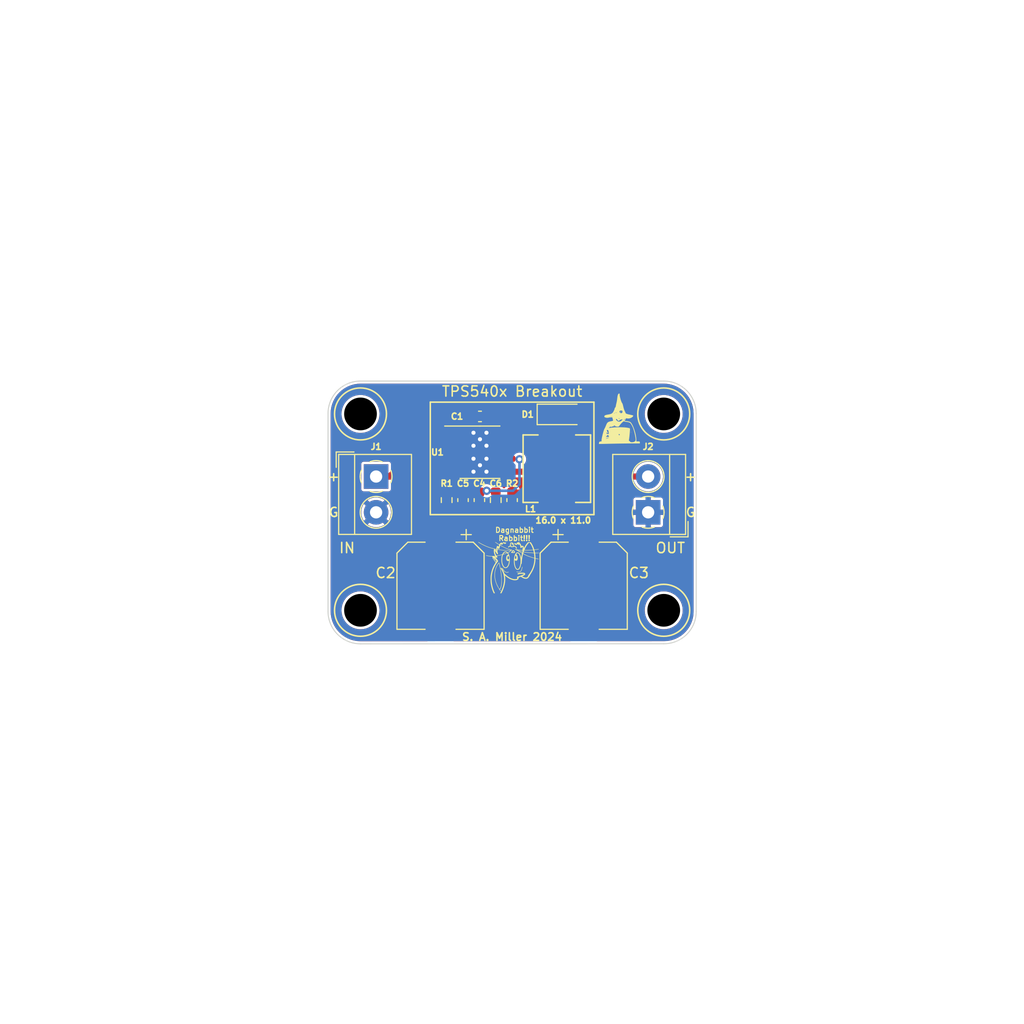
<source format=kicad_pcb>
(kicad_pcb (version 20211014) (generator pcbnew)
  (layers (0 "F.Cu" signal) (31 "B.Cu" signal) (34 "B.Paste" user) (35 "F.Paste" user) (36 "B.SilkS" user "B.Silkscreen") (37 "F.SilkS" user "F.Silkscreen") (38 "B.Mask" user) (39 "F.Mask" user) (44 "Edge.Cuts" user))
  (net 0 "")
  (net 1 "Net-(C1-Pad1)")
  (net 2 "Net-(C1-Pad2)")
  (net 3 "Vin")
  (net 4 "GND")
  (net 5 "Vout")
  (net 6 "Net-(C4-Pad1)")
  (net 7 "Net-(C5-Pad1)")
  (net 8 "Net-(C6-Pad1)")
  (net 9 "Net-(R1-Pad1)")
  (footprint "Diode_SMD:D_SOD-123" (layer "F.Cu") (at 104.7 90.445)
    (fp_text reference "D1" (at -3.175 0) (layer "F.SilkS") (effects (font (size 0.6 0.6))))
    (fp_text value "DSK24")
    (pad "1" smd rect (at -1.65 0) (size 0.9 1.2) (layers "F.Cu" "F.Paste" "F.Mask") (net 2 "Net-(C1-Pad2)"))
    (pad "2" smd rect (at 1.65 0) (size 0.9 1.2) (layers "F.Cu" "F.Paste" "F.Mask") (net 4 "GND"))
  )
  (footprint "TerminalBlock_4Ucon:TerminalBlock_4Ucon_1x02_P3.50mm_Horizontal" (layer "F.Cu") (at 113.3 100.02 90)
    (fp_text reference "J2" (at 6.42 0) (layer "F.SilkS") (effects (font (size 0.6 0.6))))
    (fp_text value "Output")
    (pad "1" thru_hole rect (at 0 0 90) (size 2.4 2.4) (drill 1.2) (layers *.Cu *.Mask) (net 4 "GND"))
    (pad "2" thru_hole circle (at 3.5 0 90) (size 2.4 2.4) (drill 1.2) (layers *.Cu *.Mask) (net 5 "Vout"))
  )
  (footprint "Tinker:Mount" (layer "F.Cu") (at 114.825 109.6)
    (fp_text reference "REF**" hide)
    (fp_text value "Mount" hide)
    (pad "" np_thru_hole circle (at 0 0) (size 3.2 3.2) (drill 3.2) (layers *.Mask))
  )
  (footprint "Capacitor_SMD:C_0603_1608Metric" (layer "F.Cu") (at 96.8567 90.645)
    (fp_text reference "C1" (at -2.2417 0) (layer "F.SilkS") (effects (font (size 0.6 0.6))))
    (fp_text value "0.1uF")
    (pad "1" smd roundrect (at -0.775 0) (size 0.9 0.95) (layers "F.Cu" "F.Paste" "F.Mask") (net 1 "Net-(C1-Pad1)"))
    (pad "2" smd roundrect (at 0.775 0) (size 0.9 0.95) (layers "F.Cu" "F.Paste" "F.Mask") (net 2 "Net-(C1-Pad2)"))
  )
  (footprint "Package_SO:SOIC-8_3.9x4.9mm_P1.27mm" (layer "F.Cu") (at 96.8567 94.145)
    (fp_text reference "U1" (at -4.1567 0) (layer "F.SilkS") (effects (font (size 0.6 0.6))))
    (fp_text value "TPS5403")
    (pad "1" smd roundrect (at -2.475 -1.905) (size 1.95 0.6) (layers "F.Cu" "F.Paste" "F.Mask") (net 1 "Net-(C1-Pad1)"))
    (pad "2" smd roundrect (at -2.475 -0.635) (size 1.95 0.6) (layers "F.Cu" "F.Paste" "F.Mask") (net 3 "Vin"))
    (pad "3" smd roundrect (at -2.475 0.635) (size 1.95 0.6) (layers "F.Cu" "F.Paste" "F.Mask") (net 9 "Net-(R1-Pad1)"))
    (pad "4" smd roundrect (at -2.475 1.905) (size 1.95 0.6) (layers "F.Cu" "F.Paste" "F.Mask") (net 7 "Net-(C5-Pad1)"))
    (pad "5" smd roundrect (at 2.475 1.905) (size 1.95 0.6) (layers "F.Cu" "F.Paste" "F.Mask") (net 5 "Vout"))
    (pad "6" smd roundrect (at 2.475 0.635) (size 1.95 0.6) (layers "F.Cu" "F.Paste" "F.Mask") (net 6 "Net-(C4-Pad1)"))
    (pad "7" smd roundrect (at 2.475 -0.635) (size 1.95 0.6) (layers "F.Cu" "F.Paste" "F.Mask") (net 4 "GND"))
    (pad "8" smd roundrect (at 2.475 -1.905) (size 1.95 0.6) (layers "F.Cu" "F.Paste" "F.Mask") (net 2 "Net-(C1-Pad2)"))
  )
  (footprint "Tinker:IND-SMD_L7.1-W6.6" (layer "F.Cu") (at 104.372882 95.753077 -90)
    (fp_text reference "L1" (at 3.941923 2.57) (layer "F.SilkS") (effects (font (size 0.6 0.6))))
    (fp_text value "L_Ferrite")
    (pad "1" smd rect (at -2.91 0 270) (size 2.15 3.32) (layers "F.Cu" "F.Paste" "F.Mask") (net 2 "Net-(C1-Pad2)"))
    (pad "2" smd rect (at 2.91 0 270) (size 2.15 3.32) (layers "F.Cu" "F.Paste" "F.Mask") (net 5 "Vout"))
  )
  (footprint "Tinker:Mount" (layer "F.Cu") (at 85.175 90.4)
    (fp_text reference "REF**" hide)
    (fp_text value "Mount" hide)
    (pad "" np_thru_hole circle (at 0 0) (size 3.2 3.2) (drill 3.2) (layers *.Mask))
  )
  (footprint "Capacitor_SMD:C_0603_1608Metric" (layer "F.Cu") (at 100 98.825 90)
    (fp_text reference "C6" (at 1.625 -1.6) (layer "F.SilkS") (effects (font (size 0.6 0.6))))
    (fp_text value "2.2nF")
    (pad "1" smd roundrect (at -0.775 0 90) (size 0.9 0.95) (layers "F.Cu" "F.Paste" "F.Mask") (net 8 "Net-(C6-Pad1)"))
    (pad "2" smd roundrect (at 0.775 0 90) (size 0.9 0.95) (layers "F.Cu" "F.Paste" "F.Mask") (net 4 "GND"))
  )
  (footprint "Resistor_SMD:R_0603_1608Metric" (layer "F.Cu") (at 98.4 98.825 -90)
    (fp_text reference "R2" (at -1.625 -1.6) (layer "F.SilkS") (effects (font (size 0.6 0.6))))
    (fp_text value "47K")
    (pad "1" smd roundrect (at -0.825 0 270) (size 0.8 0.95) (layers "F.Cu" "F.Paste" "F.Mask") (net 6 "Net-(C4-Pad1)"))
    (pad "2" smd roundrect (at 0.825 0 270) (size 0.8 0.95) (layers "F.Cu" "F.Paste" "F.Mask") (net 8 "Net-(C6-Pad1)"))
  )
  (footprint "Tinker:Mount" (layer "F.Cu") (at 85.175 109.6)
    (fp_text reference "REF**" hide)
    (fp_text value "Mount" hide)
    (pad "" np_thru_hole circle (at 0 0) (size 3.2 3.2) (drill 3.2) (layers *.Mask))
  )
  (footprint "Capacitor_SMD:CP_Elec_8x10" (layer "F.Cu") (at 107 107.2 -90)
    (fp_text reference "C3" (at -1.255 -5.395 180) (layer "F.SilkS"))
    (fp_text value "330uF")
    (pad "1" smd roundrect (at -3.25 0 270) (size 3.5 2.5) (layers "F.Cu" "F.Paste" "F.Mask") (roundrect_rratio 0.1) (net 5 "Vout"))
    (pad "2" smd roundrect (at 3.25 0 270) (size 3.5 2.5) (layers "F.Cu" "F.Paste" "F.Mask") (roundrect_rratio 0.1) (net 4 "GND"))
  )
  (footprint "Tinker:DagNabbit" (layer "F.Cu") (at 99.9 104.8 180)
    (fp_text reference "REF**" hide)
    (fp_text value "DagNabbit" hide)
    (fp_text user "Dagnabbit\nRabbit!!!" (at -0.331667 2.64) (layer "F.SilkS") (effects (font (size 0.5 0.5) (thickness 0.1))))
  )
  (footprint "Capacitor_SMD:C_0603_1608Metric" (layer "F.Cu") (at 96.8 98.825 -90)
    (fp_text reference "C4" (at -1.625 0) (layer "F.SilkS") (effects (font (size 0.6 0.6))))
    (fp_text value "100pF")
    (pad "1" smd roundrect (at -0.775 0 270) (size 0.9 0.95) (layers "F.Cu" "F.Paste" "F.Mask") (net 6 "Net-(C4-Pad1)"))
    (pad "2" smd roundrect (at 0.775 0 270) (size 0.9 0.95) (layers "F.Cu" "F.Paste" "F.Mask") (net 4 "GND"))
  )
  (footprint "Capacitor_SMD:CP_Elec_8x10" (layer "F.Cu") (at 93 107.2 -90)
    (fp_text reference "C2" (at -1.255 5.37 180) (layer "F.SilkS"))
    (fp_text value "330uF")
    (pad "1" smd roundrect (at -3.25 0 270) (size 3.5 2.5) (layers "F.Cu" "F.Paste" "F.Mask") (roundrect_rratio 0.1) (net 3 "Vin"))
    (pad "2" smd roundrect (at 3.25 0 270) (size 3.5 2.5) (layers "F.Cu" "F.Paste" "F.Mask") (roundrect_rratio 0.1) (net 4 "GND"))
  )
  (footprint "Resistor_SMD:R_0603_1608Metric" (layer "F.Cu") (at 93.6 98.825 -90)
    (fp_text reference "R1" (at -1.625 0) (layer "F.SilkS") (effects (font (size 0.6 0.6))))
    (fp_text value "100K")
    (pad "1" smd roundrect (at -0.825 0 270) (size 0.8 0.95) (layers "F.Cu" "F.Paste" "F.Mask") (net 9 "Net-(R1-Pad1)"))
    (pad "2" smd roundrect (at 0.825 0 270) (size 0.8 0.95) (layers "F.Cu" "F.Paste" "F.Mask") (net 4 "GND"))
  )
  (footprint "Capacitor_SMD:C_0603_1608Metric" (layer "F.Cu") (at 95.2 98.825 -90)
    (fp_text reference "C5" (at -1.625 0) (layer "F.SilkS") (effects (font (size 0.6 0.6))))
    (fp_text value "10nF")
    (pad "1" smd roundrect (at -0.775 0 270) (size 0.9 0.95) (layers "F.Cu" "F.Paste" "F.Mask") (net 7 "Net-(C5-Pad1)"))
    (pad "2" smd roundrect (at 0.775 0 270) (size 0.9 0.95) (layers "F.Cu" "F.Paste" "F.Mask") (net 4 "GND"))
  )
  (footprint "Tinker:NerdMage" (layer "F.Cu") (at 110.49 90.805)
    (fp_text reference "G***" hide)
    (fp_text value "LOGO" hide)
  )
  (footprint "TerminalBlock_4Ucon:TerminalBlock_4Ucon_1x02_P3.50mm_Horizontal" (layer "F.Cu") (at 86.7 96.52 -90)
    (fp_text reference "J1" (at -2.92 0) (layer "F.SilkS") (effects (font (size 0.6 0.6))))
    (fp_text value "Input")
    (pad "1" thru_hole rect (at 0 0 270) (size 2.4 2.4) (drill 1.2) (layers *.Cu *.Mask) (net 3 "Vin"))
    (pad "2" thru_hole circle (at 3.5 0 270) (size 2.4 2.4) (drill 1.2) (layers *.Cu *.Mask) (net 4 "GND"))
  )
  (footprint "Tinker:Mount" (layer "F.Cu") (at 114.825 90.4)
    (fp_text reference "REF**" hide)
    (fp_text value "Mount" hide)
    (pad "" np_thru_hole circle (at 0 0) (size 3.2 3.2) (drill 3.2) (layers *.Mask))
  )
  (gr_line (start 108 100.245) (end 108 89.245) (layer "F.SilkS") (width 0.15))
  (gr_line (start 108 89.245) (end 92 89.245) (layer "F.SilkS") (width 0.15))
  (gr_line (start 92 89.245) (end 92 100.245) (layer "F.SilkS") (width 0.15))
  (gr_line (start 92 100.245) (end 108 100.245) (layer "F.SilkS") (width 0.15))
  (gr_line (start 118 109.6958) (end 118 90.36) (layer "Edge.Cuts") (width 0.1))
  (gr_line (start 85.175 112.879936) (end 114.825 112.8708) (layer "Edge.Cuts") (width 0.1))
  (gr_arc (start 85.175 112.879936) (mid 82.929936 111.95) (end 82 109.704936) (layer "Edge.Cuts") (width 0.1))
  (gr_line (start 82 90.36) (end 82 109.704936) (layer "Edge.Cuts") (width 0.1))
  (gr_arc (start 82 90.36) (mid 82.929936 88.114936) (end 85.175 87.185) (layer "Edge.Cuts") (width 0.1))
  (gr_arc (start 114.825 87.185) (mid 117.070064 88.114936) (end 118 90.36) (layer "Edge.Cuts") (width 0.1))
  (gr_line (start 114.825 87.185) (end 85.175 87.185) (layer "Edge.Cuts") (width 0.1))
  (gr_arc (start 118 109.6958) (mid 117.0792 111.95) (end 114.825 112.8708) (layer "Edge.Cuts") (width 0.1))
  (gr_text "TPS540x Breakout" (at 100 88.2) (layer "F.SilkS") (effects (font (size 1 1))))
  (gr_text "IN" (at 83 103.505) (layer "F.SilkS") (effects (font (size 1 1)) (justify left)))
  (gr_text "+" (at 117.45 96.52) (layer "F.SilkS") (effects (font (size 0.9 0.9))))
  (gr_text "16.0 x 11.0" (at 105 100.8) (layer "F.SilkS") (effects (font (size 0.6 0.6))))
  (gr_text "S. A. Miller 2024" (at 100 112.2) (layer "F.SilkS") (effects (font (size 0.75 0.75))))
  (gr_text "G" (at 117.45 100.02) (layer "F.SilkS") (effects (font (size 0.9 0.9))))
  (gr_text "+" (at 82.55 96.52) (layer "F.SilkS") (effects (font (size 0.9 0.9))))
  (gr_text "G" (at 82.55 100.02) (layer "F.SilkS") (effects (font (size 0.9 0.9))))
  (gr_text "OUT" (at 117 103.505) (layer "F.SilkS") (effects (font (size 1 1)) (justify right)))
  (segment (start 95.9942 90.6275) (end 94.3817 92.24) (width 0.25) (layer "F.Cu") (net 1))
  (segment (start 99.3317 92.24) (end 103.695 92.24) (width 0.6) (layer "F.Cu") (net 2))
  (segment (start 103.05 91.595) (end 103.05 90.445) (width 0.6) (layer "F.Cu") (net 2))
  (segment (start 103.695 92.24) (end 104.7 93.245) (width 0.6) (layer "F.Cu") (net 2))
  (segment (start 97.7192 90.6275) (end 99.3317 92.24) (width 0.25) (layer "F.Cu") (net 2))
  (segment (start 104.7 93.245) (end 103.05 91.595) (width 0.6) (layer "F.Cu") (net 2))
  (segment (start 93 103.95) (end 93 101.255) (width 0.6) (layer "F.Cu") (net 3))
  (segment (start 88.265 96.52) (end 86.7 96.52) (width 0.6) (layer "F.Cu") (net 3))
  (segment (start 90.36 94.17) (end 89.725 94.805) (width 0.6) (layer "F.Cu") (net 3))
  (segment (start 94.3817 93.51) (end 91.02 93.51) (width 0.6) (layer "F.Cu") (net 3))
  (segment (start 88.01 96.52) (end 89.725 94.805) (width 0.6) (layer "F.Cu") (net 3))
  (segment (start 91.02 93.51) (end 90.36 94.17) (width 0.6) (layer "F.Cu") (net 3))
  (segment (start 86.7 96.52) (end 88.01 96.52) (width 0.6) (layer "F.Cu") (net 3))
  (segment (start 93 101.255) (end 88.265 96.52) (width 0.6) (layer "F.Cu") (net 3))
  (via (at 96.2217 94.78) (size 0.8) (drill 0.4) (layers "F.Cu" "B.Cu") (net 4))
  (via (at 97.4917 93.51) (size 0.8) (drill 0.4) (layers "F.Cu" "B.Cu") (net 4))
  (via (at 96.2217 93.51) (size 0.8) (drill 0.4) (layers "F.Cu" "B.Cu") (net 4))
  (via (at 96.8567 92.875) (size 0.8) (drill 0.4) (layers "F.Cu" "B.Cu") (net 4))
  (via (at 96.2217 96.05) (size 0.8) (drill 0.4) (layers "F.Cu" "B.Cu") (net 4))
  (via (at 97.4917 96.05) (size 0.8) (drill 0.4) (layers "F.Cu" "B.Cu") (net 4))
  (via (at 96.8567 95.415) (size 0.8) (drill 0.4) (layers "F.Cu" "B.Cu") (net 4))
  (via (at 96.2217 92.24) (size 0.8) (drill 0.4) (layers "F.Cu" "B.Cu") (net 4))
  (via (at 97.4917 94.78) (size 0.8) (drill 0.4) (layers "F.Cu" "B.Cu") (net 4))
  (via (at 97.4917 92.24) (size 0.8) (drill 0.4) (layers "F.Cu" "B.Cu") (net 4))
  (segment (start 104.6 98.245) (end 104.7 98.245) (width 0.6) (layer "F.Cu") (net 5))
  (segment (start 106.425 96.52) (end 104.7 98.245) (width 0.6) (layer "F.Cu") (net 5))
  (segment (start 113.3 96.52) (end 106.425 96.52) (width 0.6) (layer "F.Cu") (net 5))
  (segment (start 99.3317 96.05) (end 102.405 96.05) (width 0.6) (layer "F.Cu") (net 5))
  (segment (start 106.71375 100.25875) (end 106.0975 99.6425) (width 0.6) (layer "F.Cu") (net 5))
  (segment (start 102.405 96.05) (end 104.6 98.245) (width 0.6) (layer "F.Cu") (net 5))
  (segment (start 107 100.545) (end 106.0975 99.6425) (width 0.6) (layer "F.Cu") (net 5))
  (segment (start 106.0975 99.6425) (end 104.7 98.245) (width 0.6) (layer "F.Cu") (net 5))
  (segment (start 107 103.95) (end 107 100.545) (width 0.6) (layer "F.Cu") (net 5))
  (segment (start 96.85 98) (end 96.8 98.05) (width 0.25) (layer "F.Cu") (net 6))
  (segment (start 98.4 98) (end 96.85 98) (width 0.25) (layer "F.Cu") (net 6))
  (segment (start 100.6667 94.78) (end 100.72085 94.83415) (width 0.25) (layer "F.Cu") (net 6))
  (segment (start 99.3317 94.78) (end 100.6667 94.78) (width 0.25) (layer "F.Cu") (net 6))
  (via (at 100.72085 94.83415) (size 0.8) (drill 0.4) (layers "F.Cu" "B.Cu") (net 6))
  (via (at 97.5125 97.9125) (size 0.8) (drill 0.4) (layers "F.Cu" "B.Cu") (net 6))
  (segment (start 97.5125 97.9125) (end 100.0825 97.9125) (width 0.25) (layer "B.Cu") (net 6))
  (segment (start 100.0825 97.9125) (end 100.72085 97.27415) (width 0.25) (layer "B.Cu") (net 6))
  (segment (start 100.72085 97.27415) (end 100.72085 94.83415) (width 0.25) (layer "B.Cu") (net 6))
  (segment (start 95.2 98.05) (end 95.2 96.8683) (width 0.25) (layer "F.Cu") (net 7))
  (segment (start 95.2 96.8683) (end 94.3817 96.05) (width 0.25) (layer "F.Cu") (net 7))
  (segment (start 100 99.5875) (end 98.45 99.5875) (width 0.25) (layer "F.Cu") (net 8))
  (segment (start 92.92 98) (end 92.71 97.79) (width 0.25) (layer "F.Cu") (net 9))
  (segment (start 92.71 97.79) (end 92.71 95.1167) (width 0.25) (layer "F.Cu") (net 9))
  (segment (start 93.0467 94.78) (end 94.3817 94.78) (width 0.25) (layer "F.Cu") (net 9))
  (segment (start 92.92 98) (end 93.6 98) (width 0.25) (layer "F.Cu") (net 9))
  (segment (start 92.71 95.1167) (end 93.0467 94.78) (width 0.25) (layer "F.Cu") (net 9))
  (zone (net 4) (net_name "GND") (layer "F.Cu") (connect_pads (clearance 0.254)) (min_thickness 0.254) (fill yes (thermal_gap 0.254) (thermal_bridge_width 0.508))
    (polygon (pts (xy 118.4467 113.22) (xy 81.6167 113.22) (xy 81.6167 86.55) (xy 118.4467 86.55)))
  )
  (zone (net 4) (net_name "GND") (layer "B.Cu") (connect_pads (clearance 0.254)) (min_thickness 0.254) (fill yes (thermal_gap 0.254) (thermal_bridge_width 0.508))
    (polygon (pts (xy 118.4467 113.22) (xy 81.6167 113.22) (xy 81.6167 86.55) (xy 118.4467 86.55)))
  )
)
</source>
